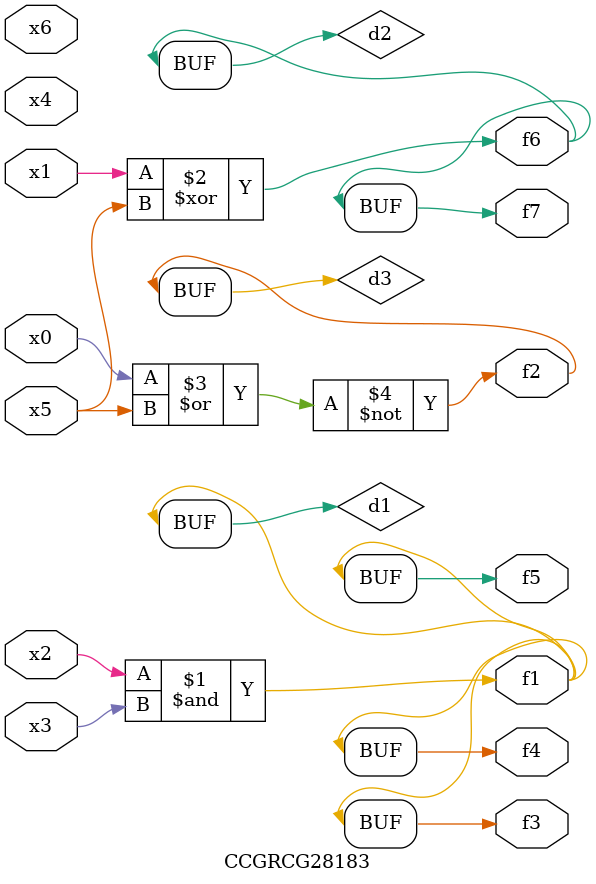
<source format=v>
module CCGRCG28183(
	input x0, x1, x2, x3, x4, x5, x6,
	output f1, f2, f3, f4, f5, f6, f7
);

	wire d1, d2, d3;

	and (d1, x2, x3);
	xor (d2, x1, x5);
	nor (d3, x0, x5);
	assign f1 = d1;
	assign f2 = d3;
	assign f3 = d1;
	assign f4 = d1;
	assign f5 = d1;
	assign f6 = d2;
	assign f7 = d2;
endmodule

</source>
